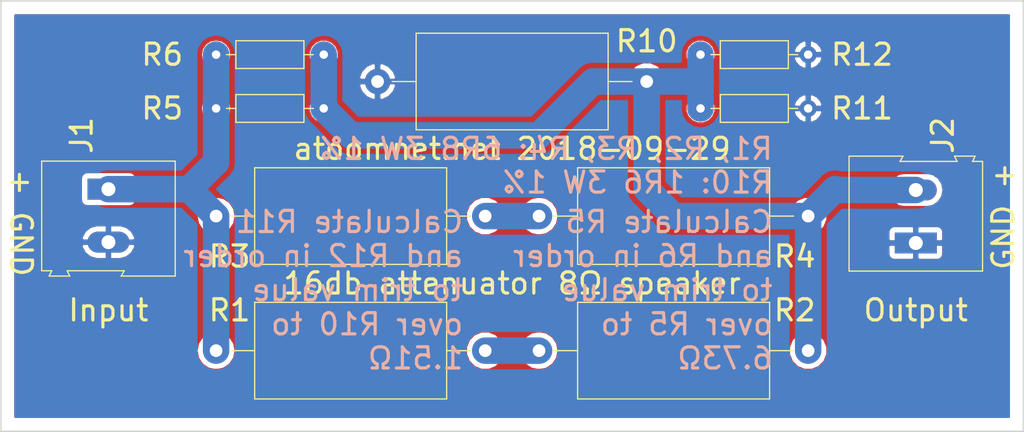
<source format=kicad_pcb>
(kicad_pcb (version 20171130) (host pcbnew "(5.1.9)-1")

  (general
    (thickness 1.6)
    (drawings 14)
    (tracks 23)
    (zones 0)
    (modules 11)
    (nets 6)
  )

  (page A4)
  (title_block
    (date 2018-09-29)
    (rev V1.0)
  )

  (layers
    (0 F.Cu signal)
    (31 B.Cu signal)
    (32 B.Adhes user)
    (33 F.Adhes user)
    (34 B.Paste user)
    (35 F.Paste user)
    (36 B.SilkS user)
    (37 F.SilkS user)
    (38 B.Mask user)
    (39 F.Mask user)
    (40 Dwgs.User user)
    (41 Cmts.User user)
    (42 Eco1.User user)
    (43 Eco2.User user)
    (44 Edge.Cuts user)
    (45 Margin user)
    (46 B.CrtYd user)
    (47 F.CrtYd user)
    (48 B.Fab user)
    (49 F.Fab user hide)
  )

  (setup
    (last_trace_width 2.5)
    (trace_clearance 0.5)
    (zone_clearance 0.508)
    (zone_45_only yes)
    (trace_min 0.2)
    (via_size 0.8)
    (via_drill 0.4)
    (via_min_size 0.4)
    (via_min_drill 0.3)
    (uvia_size 0.3)
    (uvia_drill 0.1)
    (uvias_allowed no)
    (uvia_min_size 0.2)
    (uvia_min_drill 0.1)
    (edge_width 0.15)
    (segment_width 0.2)
    (pcb_text_width 0.3)
    (pcb_text_size 2 2)
    (mod_edge_width 0.15)
    (mod_text_size 1 1)
    (mod_text_width 0.3)
    (pad_size 1.524 1.524)
    (pad_drill 0.762)
    (pad_to_mask_clearance 0.2)
    (aux_axis_origin 0 0)
    (visible_elements 7FFFFFFF)
    (pcbplotparams
      (layerselection 0x010f0_ffffffff)
      (usegerberextensions false)
      (usegerberattributes false)
      (usegerberadvancedattributes false)
      (creategerberjobfile false)
      (excludeedgelayer true)
      (linewidth 0.100000)
      (plotframeref false)
      (viasonmask false)
      (mode 1)
      (useauxorigin false)
      (hpglpennumber 1)
      (hpglpenspeed 20)
      (hpglpendiameter 15.000000)
      (psnegative false)
      (psa4output false)
      (plotreference true)
      (plotvalue true)
      (plotinvisibletext false)
      (padsonsilk false)
      (subtractmaskfromsilk false)
      (outputformat 1)
      (mirror false)
      (drillshape 0)
      (scaleselection 1)
      (outputdirectory "gerber/"))
  )

  (net 0 "")
  (net 1 /INPUT)
  (net 2 GND)
  (net 3 /OUTPUT)
  (net 4 "Net-(R1-Pad1)")
  (net 5 "Net-(R3-Pad1)")

  (net_class Default "This is the default net class."
    (clearance 0.5)
    (trace_width 2.5)
    (via_dia 0.8)
    (via_drill 0.4)
    (uvia_dia 0.3)
    (uvia_drill 0.1)
    (add_net /INPUT)
    (add_net /OUTPUT)
    (add_net GND)
    (add_net "Net-(R1-Pad1)")
    (add_net "Net-(R3-Pad1)")
  )

  (module Terminal_Blocks:TerminalBlock_Altech_AK300-2_P5.00mm (layer F.Cu) (tedit 5BAFA923) (tstamp 5BAFB242)
    (at 115.57 100.33 270)
    (descr "Altech AK300 terminal block, pitch 5.0mm, 45 degree angled, see http://www.mouser.com/ds/2/16/PCBMETRC-24178.pdf")
    (tags "Altech AK300 terminal block pitch 5.0mm")
    (path /5BAFC9F7)
    (fp_text reference J1 (at -5.08 2.54 270) (layer F.SilkS)
      (effects (font (size 2 2) (thickness 0.3)))
    )
    (fp_text value Screw_Terminal_01x02 (at 2.78 7.75 270) (layer F.Fab)
      (effects (font (size 1 1) (thickness 0.15)))
    )
    (fp_line (start 8.36 6.47) (end -2.83 6.47) (layer F.CrtYd) (width 0.05))
    (fp_line (start 8.36 6.47) (end 8.36 -6.47) (layer F.CrtYd) (width 0.05))
    (fp_line (start -2.83 -6.47) (end -2.83 6.47) (layer F.CrtYd) (width 0.05))
    (fp_line (start -2.83 -6.47) (end 8.36 -6.47) (layer F.CrtYd) (width 0.05))
    (fp_line (start 3.36 -0.25) (end 6.67 -0.25) (layer F.Fab) (width 0.1))
    (fp_line (start 2.98 -0.25) (end 3.36 -0.25) (layer F.Fab) (width 0.1))
    (fp_line (start 7.05 -0.25) (end 6.67 -0.25) (layer F.Fab) (width 0.1))
    (fp_line (start 6.67 -0.64) (end 3.36 -0.64) (layer F.Fab) (width 0.1))
    (fp_line (start 7.61 -0.64) (end 6.67 -0.64) (layer F.Fab) (width 0.1))
    (fp_line (start 1.66 -0.64) (end 3.36 -0.64) (layer F.Fab) (width 0.1))
    (fp_line (start -1.64 -0.64) (end 1.66 -0.64) (layer F.Fab) (width 0.1))
    (fp_line (start -2.58 -0.64) (end -1.64 -0.64) (layer F.Fab) (width 0.1))
    (fp_line (start 1.66 -0.25) (end -1.64 -0.25) (layer F.Fab) (width 0.1))
    (fp_line (start 2.04 -0.25) (end 1.66 -0.25) (layer F.Fab) (width 0.1))
    (fp_line (start -2.02 -0.25) (end -1.64 -0.25) (layer F.Fab) (width 0.1))
    (fp_line (start -1.49 -4.32) (end 1.56 -4.95) (layer F.Fab) (width 0.1))
    (fp_line (start -1.62 -4.45) (end 1.44 -5.08) (layer F.Fab) (width 0.1))
    (fp_line (start 3.52 -4.32) (end 6.56 -4.95) (layer F.Fab) (width 0.1))
    (fp_line (start 3.39 -4.45) (end 6.44 -5.08) (layer F.Fab) (width 0.1))
    (fp_line (start 2.04 -5.97) (end -2.02 -5.97) (layer F.Fab) (width 0.1))
    (fp_line (start -2.02 -3.43) (end -2.02 -5.97) (layer F.Fab) (width 0.1))
    (fp_line (start 2.04 -3.43) (end -2.02 -3.43) (layer F.Fab) (width 0.1))
    (fp_line (start 2.04 -3.43) (end 2.04 -5.97) (layer F.Fab) (width 0.1))
    (fp_line (start 7.05 -3.43) (end 2.98 -3.43) (layer F.Fab) (width 0.1))
    (fp_line (start 7.05 -5.97) (end 7.05 -3.43) (layer F.Fab) (width 0.1))
    (fp_line (start 2.98 -5.97) (end 7.05 -5.97) (layer F.Fab) (width 0.1))
    (fp_line (start 2.98 -3.43) (end 2.98 -5.97) (layer F.Fab) (width 0.1))
    (fp_line (start 7.61 -3.17) (end 7.61 -1.65) (layer F.Fab) (width 0.1))
    (fp_line (start -2.58 -3.17) (end -2.58 -6.22) (layer F.Fab) (width 0.1))
    (fp_line (start -2.58 -3.17) (end 7.61 -3.17) (layer F.Fab) (width 0.1))
    (fp_line (start 7.61 -0.64) (end 7.61 4.06) (layer F.Fab) (width 0.1))
    (fp_line (start 7.61 -1.65) (end 7.61 -0.64) (layer F.Fab) (width 0.1))
    (fp_line (start -2.58 -0.64) (end -2.58 -3.17) (layer F.Fab) (width 0.1))
    (fp_line (start -2.58 6.22) (end -2.58 -0.64) (layer F.Fab) (width 0.1))
    (fp_line (start 6.67 0.51) (end 6.28 0.51) (layer F.Fab) (width 0.1))
    (fp_line (start 3.36 0.51) (end 3.74 0.51) (layer F.Fab) (width 0.1))
    (fp_line (start 1.66 0.51) (end 1.28 0.51) (layer F.Fab) (width 0.1))
    (fp_line (start -1.64 0.51) (end -1.26 0.51) (layer F.Fab) (width 0.1))
    (fp_line (start -1.64 3.68) (end -1.64 0.51) (layer F.Fab) (width 0.1))
    (fp_line (start 1.66 3.68) (end -1.64 3.68) (layer F.Fab) (width 0.1))
    (fp_line (start 1.66 3.68) (end 1.66 0.51) (layer F.Fab) (width 0.1))
    (fp_line (start 3.36 3.68) (end 3.36 0.51) (layer F.Fab) (width 0.1))
    (fp_line (start 6.67 3.68) (end 3.36 3.68) (layer F.Fab) (width 0.1))
    (fp_line (start 6.67 3.68) (end 6.67 0.51) (layer F.Fab) (width 0.1))
    (fp_line (start -2.02 4.32) (end -2.02 6.22) (layer F.Fab) (width 0.1))
    (fp_line (start 2.04 4.32) (end 2.04 -0.25) (layer F.Fab) (width 0.1))
    (fp_line (start 2.04 4.32) (end -2.02 4.32) (layer F.Fab) (width 0.1))
    (fp_line (start 7.05 4.32) (end 7.05 6.22) (layer F.Fab) (width 0.1))
    (fp_line (start 2.98 4.32) (end 2.98 -0.25) (layer F.Fab) (width 0.1))
    (fp_line (start 2.98 4.32) (end 7.05 4.32) (layer F.Fab) (width 0.1))
    (fp_line (start -2.02 6.22) (end 2.04 6.22) (layer F.Fab) (width 0.1))
    (fp_line (start -2.58 6.22) (end -2.02 6.22) (layer F.Fab) (width 0.1))
    (fp_line (start -2.02 -0.25) (end -2.02 4.32) (layer F.Fab) (width 0.1))
    (fp_line (start 2.04 6.22) (end 2.98 6.22) (layer F.Fab) (width 0.1))
    (fp_line (start 2.04 6.22) (end 2.04 4.32) (layer F.Fab) (width 0.1))
    (fp_line (start 7.05 6.22) (end 7.61 6.22) (layer F.Fab) (width 0.1))
    (fp_line (start 2.98 6.22) (end 7.05 6.22) (layer F.Fab) (width 0.1))
    (fp_line (start 7.05 -0.25) (end 7.05 4.32) (layer F.Fab) (width 0.1))
    (fp_line (start 2.98 6.22) (end 2.98 4.32) (layer F.Fab) (width 0.1))
    (fp_line (start 8.11 3.81) (end 8.11 5.46) (layer F.Fab) (width 0.1))
    (fp_line (start 7.61 4.06) (end 7.61 5.21) (layer F.Fab) (width 0.1))
    (fp_line (start 8.11 3.81) (end 7.61 4.06) (layer F.Fab) (width 0.1))
    (fp_line (start 7.61 5.21) (end 7.61 6.22) (layer F.Fab) (width 0.1))
    (fp_line (start 8.11 5.46) (end 7.61 5.21) (layer F.Fab) (width 0.1))
    (fp_line (start 8.11 -1.4) (end 7.61 -1.65) (layer F.Fab) (width 0.1))
    (fp_line (start 8.11 -6.22) (end 8.11 -1.4) (layer F.Fab) (width 0.1))
    (fp_line (start 7.61 -6.22) (end 8.11 -6.22) (layer F.Fab) (width 0.1))
    (fp_line (start 7.61 -6.22) (end -2.58 -6.22) (layer F.Fab) (width 0.1))
    (fp_line (start 7.61 -6.22) (end 7.61 -3.17) (layer F.Fab) (width 0.1))
    (fp_line (start 3.74 2.54) (end 3.74 -0.25) (layer F.Fab) (width 0.1))
    (fp_line (start 3.74 -0.25) (end 6.28 -0.25) (layer F.Fab) (width 0.1))
    (fp_line (start 6.28 2.54) (end 6.28 -0.25) (layer F.Fab) (width 0.1))
    (fp_line (start 3.74 2.54) (end 6.28 2.54) (layer F.Fab) (width 0.1))
    (fp_line (start -1.26 2.54) (end -1.26 -0.25) (layer F.Fab) (width 0.1))
    (fp_line (start -1.26 -0.25) (end 1.28 -0.25) (layer F.Fab) (width 0.1))
    (fp_line (start 1.28 2.54) (end 1.28 -0.25) (layer F.Fab) (width 0.1))
    (fp_line (start -1.26 2.54) (end 1.28 2.54) (layer F.Fab) (width 0.1))
    (fp_line (start 8.2 -6.3) (end -2.65 -6.3) (layer F.SilkS) (width 0.12))
    (fp_line (start 8.2 -1.2) (end 8.2 -6.3) (layer F.SilkS) (width 0.12))
    (fp_line (start 7.7 -1.5) (end 8.2 -1.2) (layer F.SilkS) (width 0.12))
    (fp_line (start 7.7 3.9) (end 7.7 -1.5) (layer F.SilkS) (width 0.12))
    (fp_line (start 8.2 3.65) (end 7.7 3.9) (layer F.SilkS) (width 0.12))
    (fp_line (start 8.2 3.7) (end 8.2 3.65) (layer F.SilkS) (width 0.12))
    (fp_line (start 8.2 5.6) (end 8.2 3.7) (layer F.SilkS) (width 0.12))
    (fp_line (start 7.7 5.35) (end 8.2 5.6) (layer F.SilkS) (width 0.12))
    (fp_line (start 7.7 6.3) (end 7.7 5.35) (layer F.SilkS) (width 0.12))
    (fp_line (start -2.65 6.3) (end 7.7 6.3) (layer F.SilkS) (width 0.12))
    (fp_line (start -2.65 -6.3) (end -2.65 6.3) (layer F.SilkS) (width 0.12))
    (fp_text user %R (at 2.5 -2 270) (layer F.Fab)
      (effects (font (size 1 1) (thickness 0.15)))
    )
    (fp_arc (start 6.03 -4.59) (end 6.54 -5.05) (angle 90.5) (layer F.Fab) (width 0.1))
    (fp_arc (start 5.07 -6.07) (end 6.53 -4.12) (angle 75.5) (layer F.Fab) (width 0.1))
    (fp_arc (start 4.99 -3.71) (end 3.39 -5) (angle 100) (layer F.Fab) (width 0.1))
    (fp_arc (start 3.87 -4.65) (end 3.58 -4.13) (angle 104.2) (layer F.Fab) (width 0.1))
    (fp_arc (start 1.03 -4.59) (end 1.53 -5.05) (angle 90.5) (layer F.Fab) (width 0.1))
    (fp_arc (start 0.06 -6.07) (end 1.53 -4.12) (angle 75.5) (layer F.Fab) (width 0.1))
    (fp_arc (start -0.01 -3.71) (end -1.62 -5) (angle 100) (layer F.Fab) (width 0.1))
    (fp_arc (start -1.13 -4.65) (end -1.42 -4.13) (angle 104.2) (layer F.Fab) (width 0.1))
    (pad 1 thru_hole rect (at 0 0 270) (size 1.98 3.96) (drill 1.32) (layers *.Cu *.Mask)
      (net 1 /INPUT))
    (pad 2 thru_hole oval (at 5 0 270) (size 1.98 3.96) (drill 1.32) (layers *.Cu *.Mask)
      (net 2 GND))
    (model ${KISYS3DMOD}/Terminal_Blocks.3dshapes/TerminalBlock_Altech_AK300-2_P5.00mm.wrl
      (at (xyz 0 0 0))
      (scale (xyz 1 1 1))
      (rotate (xyz 0 0 0))
    )
  )

  (module Terminal_Blocks:TerminalBlock_Altech_AK300-2_P5.00mm (layer F.Cu) (tedit 5BAFA963) (tstamp 5BAFD4F7)
    (at 191.77 105.41 90)
    (descr "Altech AK300 terminal block, pitch 5.0mm, 45 degree angled, see http://www.mouser.com/ds/2/16/PCBMETRC-24178.pdf")
    (tags "Altech AK300 terminal block pitch 5.0mm")
    (path /5BAFC97D)
    (fp_text reference J2 (at 10.16 2.54 90) (layer F.SilkS)
      (effects (font (size 2 2) (thickness 0.3)))
    )
    (fp_text value Screw_Terminal_01x02 (at 2.78 7.75 90) (layer F.Fab)
      (effects (font (size 1 1) (thickness 0.15)))
    )
    (fp_line (start -2.65 -6.3) (end -2.65 6.3) (layer F.SilkS) (width 0.12))
    (fp_line (start -2.65 6.3) (end 7.7 6.3) (layer F.SilkS) (width 0.12))
    (fp_line (start 7.7 6.3) (end 7.7 5.35) (layer F.SilkS) (width 0.12))
    (fp_line (start 7.7 5.35) (end 8.2 5.6) (layer F.SilkS) (width 0.12))
    (fp_line (start 8.2 5.6) (end 8.2 3.7) (layer F.SilkS) (width 0.12))
    (fp_line (start 8.2 3.7) (end 8.2 3.65) (layer F.SilkS) (width 0.12))
    (fp_line (start 8.2 3.65) (end 7.7 3.9) (layer F.SilkS) (width 0.12))
    (fp_line (start 7.7 3.9) (end 7.7 -1.5) (layer F.SilkS) (width 0.12))
    (fp_line (start 7.7 -1.5) (end 8.2 -1.2) (layer F.SilkS) (width 0.12))
    (fp_line (start 8.2 -1.2) (end 8.2 -6.3) (layer F.SilkS) (width 0.12))
    (fp_line (start 8.2 -6.3) (end -2.65 -6.3) (layer F.SilkS) (width 0.12))
    (fp_line (start -1.26 2.54) (end 1.28 2.54) (layer F.Fab) (width 0.1))
    (fp_line (start 1.28 2.54) (end 1.28 -0.25) (layer F.Fab) (width 0.1))
    (fp_line (start -1.26 -0.25) (end 1.28 -0.25) (layer F.Fab) (width 0.1))
    (fp_line (start -1.26 2.54) (end -1.26 -0.25) (layer F.Fab) (width 0.1))
    (fp_line (start 3.74 2.54) (end 6.28 2.54) (layer F.Fab) (width 0.1))
    (fp_line (start 6.28 2.54) (end 6.28 -0.25) (layer F.Fab) (width 0.1))
    (fp_line (start 3.74 -0.25) (end 6.28 -0.25) (layer F.Fab) (width 0.1))
    (fp_line (start 3.74 2.54) (end 3.74 -0.25) (layer F.Fab) (width 0.1))
    (fp_line (start 7.61 -6.22) (end 7.61 -3.17) (layer F.Fab) (width 0.1))
    (fp_line (start 7.61 -6.22) (end -2.58 -6.22) (layer F.Fab) (width 0.1))
    (fp_line (start 7.61 -6.22) (end 8.11 -6.22) (layer F.Fab) (width 0.1))
    (fp_line (start 8.11 -6.22) (end 8.11 -1.4) (layer F.Fab) (width 0.1))
    (fp_line (start 8.11 -1.4) (end 7.61 -1.65) (layer F.Fab) (width 0.1))
    (fp_line (start 8.11 5.46) (end 7.61 5.21) (layer F.Fab) (width 0.1))
    (fp_line (start 7.61 5.21) (end 7.61 6.22) (layer F.Fab) (width 0.1))
    (fp_line (start 8.11 3.81) (end 7.61 4.06) (layer F.Fab) (width 0.1))
    (fp_line (start 7.61 4.06) (end 7.61 5.21) (layer F.Fab) (width 0.1))
    (fp_line (start 8.11 3.81) (end 8.11 5.46) (layer F.Fab) (width 0.1))
    (fp_line (start 2.98 6.22) (end 2.98 4.32) (layer F.Fab) (width 0.1))
    (fp_line (start 7.05 -0.25) (end 7.05 4.32) (layer F.Fab) (width 0.1))
    (fp_line (start 2.98 6.22) (end 7.05 6.22) (layer F.Fab) (width 0.1))
    (fp_line (start 7.05 6.22) (end 7.61 6.22) (layer F.Fab) (width 0.1))
    (fp_line (start 2.04 6.22) (end 2.04 4.32) (layer F.Fab) (width 0.1))
    (fp_line (start 2.04 6.22) (end 2.98 6.22) (layer F.Fab) (width 0.1))
    (fp_line (start -2.02 -0.25) (end -2.02 4.32) (layer F.Fab) (width 0.1))
    (fp_line (start -2.58 6.22) (end -2.02 6.22) (layer F.Fab) (width 0.1))
    (fp_line (start -2.02 6.22) (end 2.04 6.22) (layer F.Fab) (width 0.1))
    (fp_line (start 2.98 4.32) (end 7.05 4.32) (layer F.Fab) (width 0.1))
    (fp_line (start 2.98 4.32) (end 2.98 -0.25) (layer F.Fab) (width 0.1))
    (fp_line (start 7.05 4.32) (end 7.05 6.22) (layer F.Fab) (width 0.1))
    (fp_line (start 2.04 4.32) (end -2.02 4.32) (layer F.Fab) (width 0.1))
    (fp_line (start 2.04 4.32) (end 2.04 -0.25) (layer F.Fab) (width 0.1))
    (fp_line (start -2.02 4.32) (end -2.02 6.22) (layer F.Fab) (width 0.1))
    (fp_line (start 6.67 3.68) (end 6.67 0.51) (layer F.Fab) (width 0.1))
    (fp_line (start 6.67 3.68) (end 3.36 3.68) (layer F.Fab) (width 0.1))
    (fp_line (start 3.36 3.68) (end 3.36 0.51) (layer F.Fab) (width 0.1))
    (fp_line (start 1.66 3.68) (end 1.66 0.51) (layer F.Fab) (width 0.1))
    (fp_line (start 1.66 3.68) (end -1.64 3.68) (layer F.Fab) (width 0.1))
    (fp_line (start -1.64 3.68) (end -1.64 0.51) (layer F.Fab) (width 0.1))
    (fp_line (start -1.64 0.51) (end -1.26 0.51) (layer F.Fab) (width 0.1))
    (fp_line (start 1.66 0.51) (end 1.28 0.51) (layer F.Fab) (width 0.1))
    (fp_line (start 3.36 0.51) (end 3.74 0.51) (layer F.Fab) (width 0.1))
    (fp_line (start 6.67 0.51) (end 6.28 0.51) (layer F.Fab) (width 0.1))
    (fp_line (start -2.58 6.22) (end -2.58 -0.64) (layer F.Fab) (width 0.1))
    (fp_line (start -2.58 -0.64) (end -2.58 -3.17) (layer F.Fab) (width 0.1))
    (fp_line (start 7.61 -1.65) (end 7.61 -0.64) (layer F.Fab) (width 0.1))
    (fp_line (start 7.61 -0.64) (end 7.61 4.06) (layer F.Fab) (width 0.1))
    (fp_line (start -2.58 -3.17) (end 7.61 -3.17) (layer F.Fab) (width 0.1))
    (fp_line (start -2.58 -3.17) (end -2.58 -6.22) (layer F.Fab) (width 0.1))
    (fp_line (start 7.61 -3.17) (end 7.61 -1.65) (layer F.Fab) (width 0.1))
    (fp_line (start 2.98 -3.43) (end 2.98 -5.97) (layer F.Fab) (width 0.1))
    (fp_line (start 2.98 -5.97) (end 7.05 -5.97) (layer F.Fab) (width 0.1))
    (fp_line (start 7.05 -5.97) (end 7.05 -3.43) (layer F.Fab) (width 0.1))
    (fp_line (start 7.05 -3.43) (end 2.98 -3.43) (layer F.Fab) (width 0.1))
    (fp_line (start 2.04 -3.43) (end 2.04 -5.97) (layer F.Fab) (width 0.1))
    (fp_line (start 2.04 -3.43) (end -2.02 -3.43) (layer F.Fab) (width 0.1))
    (fp_line (start -2.02 -3.43) (end -2.02 -5.97) (layer F.Fab) (width 0.1))
    (fp_line (start 2.04 -5.97) (end -2.02 -5.97) (layer F.Fab) (width 0.1))
    (fp_line (start 3.39 -4.45) (end 6.44 -5.08) (layer F.Fab) (width 0.1))
    (fp_line (start 3.52 -4.32) (end 6.56 -4.95) (layer F.Fab) (width 0.1))
    (fp_line (start -1.62 -4.45) (end 1.44 -5.08) (layer F.Fab) (width 0.1))
    (fp_line (start -1.49 -4.32) (end 1.56 -4.95) (layer F.Fab) (width 0.1))
    (fp_line (start -2.02 -0.25) (end -1.64 -0.25) (layer F.Fab) (width 0.1))
    (fp_line (start 2.04 -0.25) (end 1.66 -0.25) (layer F.Fab) (width 0.1))
    (fp_line (start 1.66 -0.25) (end -1.64 -0.25) (layer F.Fab) (width 0.1))
    (fp_line (start -2.58 -0.64) (end -1.64 -0.64) (layer F.Fab) (width 0.1))
    (fp_line (start -1.64 -0.64) (end 1.66 -0.64) (layer F.Fab) (width 0.1))
    (fp_line (start 1.66 -0.64) (end 3.36 -0.64) (layer F.Fab) (width 0.1))
    (fp_line (start 7.61 -0.64) (end 6.67 -0.64) (layer F.Fab) (width 0.1))
    (fp_line (start 6.67 -0.64) (end 3.36 -0.64) (layer F.Fab) (width 0.1))
    (fp_line (start 7.05 -0.25) (end 6.67 -0.25) (layer F.Fab) (width 0.1))
    (fp_line (start 2.98 -0.25) (end 3.36 -0.25) (layer F.Fab) (width 0.1))
    (fp_line (start 3.36 -0.25) (end 6.67 -0.25) (layer F.Fab) (width 0.1))
    (fp_line (start -2.83 -6.47) (end 8.36 -6.47) (layer F.CrtYd) (width 0.05))
    (fp_line (start -2.83 -6.47) (end -2.83 6.47) (layer F.CrtYd) (width 0.05))
    (fp_line (start 8.36 6.47) (end 8.36 -6.47) (layer F.CrtYd) (width 0.05))
    (fp_line (start 8.36 6.47) (end -2.83 6.47) (layer F.CrtYd) (width 0.05))
    (fp_arc (start -1.13 -4.65) (end -1.42 -4.13) (angle 104.2) (layer F.Fab) (width 0.1))
    (fp_arc (start -0.01 -3.71) (end -1.62 -5) (angle 100) (layer F.Fab) (width 0.1))
    (fp_arc (start 0.06 -6.07) (end 1.53 -4.12) (angle 75.5) (layer F.Fab) (width 0.1))
    (fp_arc (start 1.03 -4.59) (end 1.53 -5.05) (angle 90.5) (layer F.Fab) (width 0.1))
    (fp_arc (start 3.87 -4.65) (end 3.58 -4.13) (angle 104.2) (layer F.Fab) (width 0.1))
    (fp_arc (start 4.99 -3.71) (end 3.39 -5) (angle 100) (layer F.Fab) (width 0.1))
    (fp_arc (start 5.07 -6.07) (end 6.53 -4.12) (angle 75.5) (layer F.Fab) (width 0.1))
    (fp_arc (start 6.03 -4.59) (end 6.54 -5.05) (angle 90.5) (layer F.Fab) (width 0.1))
    (fp_text user %R (at 2.5 -2 90) (layer F.Fab)
      (effects (font (size 1 1) (thickness 0.15)))
    )
    (pad 2 thru_hole oval (at 5 0 90) (size 1.98 3.96) (drill 1.32) (layers *.Cu *.Mask)
      (net 3 /OUTPUT))
    (pad 1 thru_hole rect (at 0 0 90) (size 1.98 3.96) (drill 1.32) (layers *.Cu *.Mask)
      (net 2 GND))
    (model ${KISYS3DMOD}/Terminal_Blocks.3dshapes/TerminalBlock_Altech_AK300-2_P5.00mm.wrl
      (at (xyz 0 0 0))
      (scale (xyz 1 1 1))
      (rotate (xyz 0 0 0))
    )
  )

  (module Resistors_ThroughHole:R_Axial_DIN0918_L18.0mm_D9.0mm_P25.40mm_Horizontal (layer F.Cu) (tedit 5BAFA989) (tstamp 5BAFD65A)
    (at 151.13 115.57 180)
    (descr "Resistor, Axial_DIN0918 series, Axial, Horizontal, pin pitch=25.4mm, 4W, length*diameter=18*9mm^2")
    (tags "Resistor Axial_DIN0918 series Axial Horizontal pin pitch 25.4mm 4W length 18mm diameter 9mm")
    (path /5BAFC579)
    (fp_text reference R1 (at 24.13 3.81 180) (layer F.SilkS)
      (effects (font (size 2 2) (thickness 0.3)))
    )
    (fp_text value 6.8 (at 12.7 5.56 180) (layer F.Fab)
      (effects (font (size 1 1) (thickness 0.15)))
    )
    (fp_line (start 3.7 -4.5) (end 3.7 4.5) (layer F.Fab) (width 0.1))
    (fp_line (start 3.7 4.5) (end 21.7 4.5) (layer F.Fab) (width 0.1))
    (fp_line (start 21.7 4.5) (end 21.7 -4.5) (layer F.Fab) (width 0.1))
    (fp_line (start 21.7 -4.5) (end 3.7 -4.5) (layer F.Fab) (width 0.1))
    (fp_line (start 0 0) (end 3.7 0) (layer F.Fab) (width 0.1))
    (fp_line (start 25.4 0) (end 21.7 0) (layer F.Fab) (width 0.1))
    (fp_line (start 3.64 -4.56) (end 3.64 4.56) (layer F.SilkS) (width 0.12))
    (fp_line (start 3.64 4.56) (end 21.76 4.56) (layer F.SilkS) (width 0.12))
    (fp_line (start 21.76 4.56) (end 21.76 -4.56) (layer F.SilkS) (width 0.12))
    (fp_line (start 21.76 -4.56) (end 3.64 -4.56) (layer F.SilkS) (width 0.12))
    (fp_line (start 1.38 0) (end 3.64 0) (layer F.SilkS) (width 0.12))
    (fp_line (start 24.02 0) (end 21.76 0) (layer F.SilkS) (width 0.12))
    (fp_line (start -1.45 -4.85) (end -1.45 4.85) (layer F.CrtYd) (width 0.05))
    (fp_line (start -1.45 4.85) (end 26.85 4.85) (layer F.CrtYd) (width 0.05))
    (fp_line (start 26.85 4.85) (end 26.85 -4.85) (layer F.CrtYd) (width 0.05))
    (fp_line (start 26.85 -4.85) (end -1.45 -4.85) (layer F.CrtYd) (width 0.05))
    (pad 2 thru_hole oval (at 25.4 0 180) (size 2.4 2.4) (drill 1.2) (layers *.Cu *.Mask)
      (net 1 /INPUT))
    (pad 1 thru_hole circle (at 0 0 180) (size 2.4 2.4) (drill 1.2) (layers *.Cu *.Mask)
      (net 4 "Net-(R1-Pad1)"))
    (model ${KISYS3DMOD}/Resistors_THT.3dshapes/R_Axial_DIN0918_L18.0mm_D9.0mm_P25.40mm_Horizontal.wrl
      (at (xyz 0 0 0))
      (scale (xyz 0.393701 0.393701 0.393701))
      (rotate (xyz 0 0 0))
    )
  )

  (module Resistors_ThroughHole:R_Axial_DIN0918_L18.0mm_D9.0mm_P25.40mm_Horizontal (layer F.Cu) (tedit 5BAFA984) (tstamp 5BAF9C61)
    (at 181.61 115.57 180)
    (descr "Resistor, Axial_DIN0918 series, Axial, Horizontal, pin pitch=25.4mm, 4W, length*diameter=18*9mm^2")
    (tags "Resistor Axial_DIN0918 series Axial Horizontal pin pitch 25.4mm 4W length 18mm diameter 9mm")
    (path /5BAFC5A1)
    (fp_text reference R2 (at 1.27 3.81 180) (layer F.SilkS)
      (effects (font (size 2 2) (thickness 0.3)))
    )
    (fp_text value 6.8 (at 12.7 5.56 180) (layer F.Fab)
      (effects (font (size 1 1) (thickness 0.15)))
    )
    (fp_line (start 26.85 -4.85) (end -1.45 -4.85) (layer F.CrtYd) (width 0.05))
    (fp_line (start 26.85 4.85) (end 26.85 -4.85) (layer F.CrtYd) (width 0.05))
    (fp_line (start -1.45 4.85) (end 26.85 4.85) (layer F.CrtYd) (width 0.05))
    (fp_line (start -1.45 -4.85) (end -1.45 4.85) (layer F.CrtYd) (width 0.05))
    (fp_line (start 24.02 0) (end 21.76 0) (layer F.SilkS) (width 0.12))
    (fp_line (start 1.38 0) (end 3.64 0) (layer F.SilkS) (width 0.12))
    (fp_line (start 21.76 -4.56) (end 3.64 -4.56) (layer F.SilkS) (width 0.12))
    (fp_line (start 21.76 4.56) (end 21.76 -4.56) (layer F.SilkS) (width 0.12))
    (fp_line (start 3.64 4.56) (end 21.76 4.56) (layer F.SilkS) (width 0.12))
    (fp_line (start 3.64 -4.56) (end 3.64 4.56) (layer F.SilkS) (width 0.12))
    (fp_line (start 25.4 0) (end 21.7 0) (layer F.Fab) (width 0.1))
    (fp_line (start 0 0) (end 3.7 0) (layer F.Fab) (width 0.1))
    (fp_line (start 21.7 -4.5) (end 3.7 -4.5) (layer F.Fab) (width 0.1))
    (fp_line (start 21.7 4.5) (end 21.7 -4.5) (layer F.Fab) (width 0.1))
    (fp_line (start 3.7 4.5) (end 21.7 4.5) (layer F.Fab) (width 0.1))
    (fp_line (start 3.7 -4.5) (end 3.7 4.5) (layer F.Fab) (width 0.1))
    (pad 1 thru_hole circle (at 0 0 180) (size 2.4 2.4) (drill 1.2) (layers *.Cu *.Mask)
      (net 3 /OUTPUT))
    (pad 2 thru_hole oval (at 25.4 0 180) (size 2.4 2.4) (drill 1.2) (layers *.Cu *.Mask)
      (net 4 "Net-(R1-Pad1)"))
    (model ${KISYS3DMOD}/Resistors_THT.3dshapes/R_Axial_DIN0918_L18.0mm_D9.0mm_P25.40mm_Horizontal.wrl
      (at (xyz 0 0 0))
      (scale (xyz 0.393701 0.393701 0.393701))
      (rotate (xyz 0 0 0))
    )
  )

  (module Resistors_ThroughHole:R_Axial_DIN0918_L18.0mm_D9.0mm_P25.40mm_Horizontal (layer F.Cu) (tedit 5BAFA977) (tstamp 5BAFDCF4)
    (at 151.13 102.87 180)
    (descr "Resistor, Axial_DIN0918 series, Axial, Horizontal, pin pitch=25.4mm, 4W, length*diameter=18*9mm^2")
    (tags "Resistor Axial_DIN0918 series Axial Horizontal pin pitch 25.4mm 4W length 18mm diameter 9mm")
    (path /5BAFC480)
    (fp_text reference R3 (at 24.13 -3.81 180) (layer F.SilkS)
      (effects (font (size 2 2) (thickness 0.3)))
    )
    (fp_text value 6.8 (at 12.7 5.56 180) (layer F.Fab)
      (effects (font (size 1 1) (thickness 0.15)))
    )
    (fp_line (start 3.7 -4.5) (end 3.7 4.5) (layer F.Fab) (width 0.1))
    (fp_line (start 3.7 4.5) (end 21.7 4.5) (layer F.Fab) (width 0.1))
    (fp_line (start 21.7 4.5) (end 21.7 -4.5) (layer F.Fab) (width 0.1))
    (fp_line (start 21.7 -4.5) (end 3.7 -4.5) (layer F.Fab) (width 0.1))
    (fp_line (start 0 0) (end 3.7 0) (layer F.Fab) (width 0.1))
    (fp_line (start 25.4 0) (end 21.7 0) (layer F.Fab) (width 0.1))
    (fp_line (start 3.64 -4.56) (end 3.64 4.56) (layer F.SilkS) (width 0.12))
    (fp_line (start 3.64 4.56) (end 21.76 4.56) (layer F.SilkS) (width 0.12))
    (fp_line (start 21.76 4.56) (end 21.76 -4.56) (layer F.SilkS) (width 0.12))
    (fp_line (start 21.76 -4.56) (end 3.64 -4.56) (layer F.SilkS) (width 0.12))
    (fp_line (start 1.38 0) (end 3.64 0) (layer F.SilkS) (width 0.12))
    (fp_line (start 24.02 0) (end 21.76 0) (layer F.SilkS) (width 0.12))
    (fp_line (start -1.45 -4.85) (end -1.45 4.85) (layer F.CrtYd) (width 0.05))
    (fp_line (start -1.45 4.85) (end 26.85 4.85) (layer F.CrtYd) (width 0.05))
    (fp_line (start 26.85 4.85) (end 26.85 -4.85) (layer F.CrtYd) (width 0.05))
    (fp_line (start 26.85 -4.85) (end -1.45 -4.85) (layer F.CrtYd) (width 0.05))
    (pad 2 thru_hole oval (at 25.4 0 180) (size 2.4 2.4) (drill 1.2) (layers *.Cu *.Mask)
      (net 1 /INPUT))
    (pad 1 thru_hole circle (at 0 0 180) (size 2.4 2.4) (drill 1.2) (layers *.Cu *.Mask)
      (net 5 "Net-(R3-Pad1)"))
    (model ${KISYS3DMOD}/Resistors_THT.3dshapes/R_Axial_DIN0918_L18.0mm_D9.0mm_P25.40mm_Horizontal.wrl
      (at (xyz 0 0 0))
      (scale (xyz 0.393701 0.393701 0.393701))
      (rotate (xyz 0 0 0))
    )
  )

  (module Resistors_ThroughHole:R_Axial_DIN0918_L18.0mm_D9.0mm_P25.40mm_Horizontal (layer F.Cu) (tedit 5BAFA97D) (tstamp 5BAF9C8D)
    (at 181.61 102.87 180)
    (descr "Resistor, Axial_DIN0918 series, Axial, Horizontal, pin pitch=25.4mm, 4W, length*diameter=18*9mm^2")
    (tags "Resistor Axial_DIN0918 series Axial Horizontal pin pitch 25.4mm 4W length 18mm diameter 9mm")
    (path /5BAFC549)
    (fp_text reference R4 (at 1.27 -3.81 180) (layer F.SilkS)
      (effects (font (size 2 2) (thickness 0.3)))
    )
    (fp_text value 6.8 (at 12.7 5.56 180) (layer F.Fab)
      (effects (font (size 1 1) (thickness 0.15)))
    )
    (fp_line (start 26.85 -4.85) (end -1.45 -4.85) (layer F.CrtYd) (width 0.05))
    (fp_line (start 26.85 4.85) (end 26.85 -4.85) (layer F.CrtYd) (width 0.05))
    (fp_line (start -1.45 4.85) (end 26.85 4.85) (layer F.CrtYd) (width 0.05))
    (fp_line (start -1.45 -4.85) (end -1.45 4.85) (layer F.CrtYd) (width 0.05))
    (fp_line (start 24.02 0) (end 21.76 0) (layer F.SilkS) (width 0.12))
    (fp_line (start 1.38 0) (end 3.64 0) (layer F.SilkS) (width 0.12))
    (fp_line (start 21.76 -4.56) (end 3.64 -4.56) (layer F.SilkS) (width 0.12))
    (fp_line (start 21.76 4.56) (end 21.76 -4.56) (layer F.SilkS) (width 0.12))
    (fp_line (start 3.64 4.56) (end 21.76 4.56) (layer F.SilkS) (width 0.12))
    (fp_line (start 3.64 -4.56) (end 3.64 4.56) (layer F.SilkS) (width 0.12))
    (fp_line (start 25.4 0) (end 21.7 0) (layer F.Fab) (width 0.1))
    (fp_line (start 0 0) (end 3.7 0) (layer F.Fab) (width 0.1))
    (fp_line (start 21.7 -4.5) (end 3.7 -4.5) (layer F.Fab) (width 0.1))
    (fp_line (start 21.7 4.5) (end 21.7 -4.5) (layer F.Fab) (width 0.1))
    (fp_line (start 3.7 4.5) (end 21.7 4.5) (layer F.Fab) (width 0.1))
    (fp_line (start 3.7 -4.5) (end 3.7 4.5) (layer F.Fab) (width 0.1))
    (pad 1 thru_hole circle (at 0 0 180) (size 2.4 2.4) (drill 1.2) (layers *.Cu *.Mask)
      (net 3 /OUTPUT))
    (pad 2 thru_hole oval (at 25.4 0 180) (size 2.4 2.4) (drill 1.2) (layers *.Cu *.Mask)
      (net 5 "Net-(R3-Pad1)"))
    (model ${KISYS3DMOD}/Resistors_THT.3dshapes/R_Axial_DIN0918_L18.0mm_D9.0mm_P25.40mm_Horizontal.wrl
      (at (xyz 0 0 0))
      (scale (xyz 0.393701 0.393701 0.393701))
      (rotate (xyz 0 0 0))
    )
  )

  (module Resistors_ThroughHole:R_Axial_DIN0207_L6.3mm_D2.5mm_P10.16mm_Horizontal (layer F.Cu) (tedit 5BAFA93F) (tstamp 5BAF9CA3)
    (at 135.89 92.71 180)
    (descr "Resistor, Axial_DIN0207 series, Axial, Horizontal, pin pitch=10.16mm, 0.25W = 1/4W, length*diameter=6.3*2.5mm^2, http://cdn-reichelt.de/documents/datenblatt/B400/1_4W%23YAG.pdf")
    (tags "Resistor Axial_DIN0207 series Axial Horizontal pin pitch 10.16mm 0.25W = 1/4W length 6.3mm diameter 2.5mm")
    (path /5BAFC5C3)
    (fp_text reference R5 (at 15.24 0 180) (layer F.SilkS)
      (effects (font (size 2 2) (thickness 0.3)))
    )
    (fp_text value 750 (at 5.08 2.31 180) (layer F.Fab)
      (effects (font (size 1 1) (thickness 0.15)))
    )
    (fp_line (start 1.93 -1.25) (end 1.93 1.25) (layer F.Fab) (width 0.1))
    (fp_line (start 1.93 1.25) (end 8.23 1.25) (layer F.Fab) (width 0.1))
    (fp_line (start 8.23 1.25) (end 8.23 -1.25) (layer F.Fab) (width 0.1))
    (fp_line (start 8.23 -1.25) (end 1.93 -1.25) (layer F.Fab) (width 0.1))
    (fp_line (start 0 0) (end 1.93 0) (layer F.Fab) (width 0.1))
    (fp_line (start 10.16 0) (end 8.23 0) (layer F.Fab) (width 0.1))
    (fp_line (start 1.87 -1.31) (end 1.87 1.31) (layer F.SilkS) (width 0.12))
    (fp_line (start 1.87 1.31) (end 8.29 1.31) (layer F.SilkS) (width 0.12))
    (fp_line (start 8.29 1.31) (end 8.29 -1.31) (layer F.SilkS) (width 0.12))
    (fp_line (start 8.29 -1.31) (end 1.87 -1.31) (layer F.SilkS) (width 0.12))
    (fp_line (start 0.98 0) (end 1.87 0) (layer F.SilkS) (width 0.12))
    (fp_line (start 9.18 0) (end 8.29 0) (layer F.SilkS) (width 0.12))
    (fp_line (start -1.05 -1.6) (end -1.05 1.6) (layer F.CrtYd) (width 0.05))
    (fp_line (start -1.05 1.6) (end 11.25 1.6) (layer F.CrtYd) (width 0.05))
    (fp_line (start 11.25 1.6) (end 11.25 -1.6) (layer F.CrtYd) (width 0.05))
    (fp_line (start 11.25 -1.6) (end -1.05 -1.6) (layer F.CrtYd) (width 0.05))
    (pad 2 thru_hole oval (at 10.16 0 180) (size 1.6 1.6) (drill 0.8) (layers *.Cu *.Mask)
      (net 1 /INPUT))
    (pad 1 thru_hole circle (at 0 0 180) (size 1.6 1.6) (drill 0.8) (layers *.Cu *.Mask)
      (net 3 /OUTPUT))
    (model ${KISYS3DMOD}/Resistors_THT.3dshapes/R_Axial_DIN0207_L6.3mm_D2.5mm_P10.16mm_Horizontal.wrl
      (at (xyz 0 0 0))
      (scale (xyz 0.393701 0.393701 0.393701))
      (rotate (xyz 0 0 0))
    )
  )

  (module Resistors_ThroughHole:R_Axial_DIN0207_L6.3mm_D2.5mm_P10.16mm_Horizontal (layer F.Cu) (tedit 5BAFA946) (tstamp 5BAF9CB9)
    (at 135.89 87.63 180)
    (descr "Resistor, Axial_DIN0207 series, Axial, Horizontal, pin pitch=10.16mm, 0.25W = 1/4W, length*diameter=6.3*2.5mm^2, http://cdn-reichelt.de/documents/datenblatt/B400/1_4W%23YAG.pdf")
    (tags "Resistor Axial_DIN0207 series Axial Horizontal pin pitch 10.16mm 0.25W = 1/4W length 6.3mm diameter 2.5mm")
    (path /5BAFC5F5)
    (fp_text reference R6 (at 15.24 0 180) (layer F.SilkS)
      (effects (font (size 2 2) (thickness 0.3)))
    )
    (fp_text value 5100 (at 5.08 2.31 180) (layer F.Fab)
      (effects (font (size 1 1) (thickness 0.15)))
    )
    (fp_line (start 11.25 -1.6) (end -1.05 -1.6) (layer F.CrtYd) (width 0.05))
    (fp_line (start 11.25 1.6) (end 11.25 -1.6) (layer F.CrtYd) (width 0.05))
    (fp_line (start -1.05 1.6) (end 11.25 1.6) (layer F.CrtYd) (width 0.05))
    (fp_line (start -1.05 -1.6) (end -1.05 1.6) (layer F.CrtYd) (width 0.05))
    (fp_line (start 9.18 0) (end 8.29 0) (layer F.SilkS) (width 0.12))
    (fp_line (start 0.98 0) (end 1.87 0) (layer F.SilkS) (width 0.12))
    (fp_line (start 8.29 -1.31) (end 1.87 -1.31) (layer F.SilkS) (width 0.12))
    (fp_line (start 8.29 1.31) (end 8.29 -1.31) (layer F.SilkS) (width 0.12))
    (fp_line (start 1.87 1.31) (end 8.29 1.31) (layer F.SilkS) (width 0.12))
    (fp_line (start 1.87 -1.31) (end 1.87 1.31) (layer F.SilkS) (width 0.12))
    (fp_line (start 10.16 0) (end 8.23 0) (layer F.Fab) (width 0.1))
    (fp_line (start 0 0) (end 1.93 0) (layer F.Fab) (width 0.1))
    (fp_line (start 8.23 -1.25) (end 1.93 -1.25) (layer F.Fab) (width 0.1))
    (fp_line (start 8.23 1.25) (end 8.23 -1.25) (layer F.Fab) (width 0.1))
    (fp_line (start 1.93 1.25) (end 8.23 1.25) (layer F.Fab) (width 0.1))
    (fp_line (start 1.93 -1.25) (end 1.93 1.25) (layer F.Fab) (width 0.1))
    (pad 1 thru_hole circle (at 0 0 180) (size 1.6 1.6) (drill 0.8) (layers *.Cu *.Mask)
      (net 3 /OUTPUT))
    (pad 2 thru_hole oval (at 10.16 0 180) (size 1.6 1.6) (drill 0.8) (layers *.Cu *.Mask)
      (net 1 /INPUT))
    (model ${KISYS3DMOD}/Resistors_THT.3dshapes/R_Axial_DIN0207_L6.3mm_D2.5mm_P10.16mm_Horizontal.wrl
      (at (xyz 0 0 0))
      (scale (xyz 0.393701 0.393701 0.393701))
      (rotate (xyz 0 0 0))
    )
  )

  (module Resistors_ThroughHole:R_Axial_DIN0918_L18.0mm_D9.0mm_P25.40mm_Horizontal (layer F.Cu) (tedit 5BAFA998) (tstamp 5BAF9CCF)
    (at 166.37 90.17 180)
    (descr "Resistor, Axial_DIN0918 series, Axial, Horizontal, pin pitch=25.4mm, 4W, length*diameter=18*9mm^2")
    (tags "Resistor Axial_DIN0918 series Axial Horizontal pin pitch 25.4mm 4W length 18mm diameter 9mm")
    (path /5BAFC737)
    (fp_text reference R10 (at 0 3.81 180) (layer F.SilkS)
      (effects (font (size 2 2) (thickness 0.3)))
    )
    (fp_text value 1.6 (at 12.7 5.56 180) (layer F.Fab)
      (effects (font (size 1 1) (thickness 0.15)))
    )
    (fp_line (start 3.7 -4.5) (end 3.7 4.5) (layer F.Fab) (width 0.1))
    (fp_line (start 3.7 4.5) (end 21.7 4.5) (layer F.Fab) (width 0.1))
    (fp_line (start 21.7 4.5) (end 21.7 -4.5) (layer F.Fab) (width 0.1))
    (fp_line (start 21.7 -4.5) (end 3.7 -4.5) (layer F.Fab) (width 0.1))
    (fp_line (start 0 0) (end 3.7 0) (layer F.Fab) (width 0.1))
    (fp_line (start 25.4 0) (end 21.7 0) (layer F.Fab) (width 0.1))
    (fp_line (start 3.64 -4.56) (end 3.64 4.56) (layer F.SilkS) (width 0.12))
    (fp_line (start 3.64 4.56) (end 21.76 4.56) (layer F.SilkS) (width 0.12))
    (fp_line (start 21.76 4.56) (end 21.76 -4.56) (layer F.SilkS) (width 0.12))
    (fp_line (start 21.76 -4.56) (end 3.64 -4.56) (layer F.SilkS) (width 0.12))
    (fp_line (start 1.38 0) (end 3.64 0) (layer F.SilkS) (width 0.12))
    (fp_line (start 24.02 0) (end 21.76 0) (layer F.SilkS) (width 0.12))
    (fp_line (start -1.45 -4.85) (end -1.45 4.85) (layer F.CrtYd) (width 0.05))
    (fp_line (start -1.45 4.85) (end 26.85 4.85) (layer F.CrtYd) (width 0.05))
    (fp_line (start 26.85 4.85) (end 26.85 -4.85) (layer F.CrtYd) (width 0.05))
    (fp_line (start 26.85 -4.85) (end -1.45 -4.85) (layer F.CrtYd) (width 0.05))
    (pad 2 thru_hole oval (at 25.4 0 180) (size 2.4 2.4) (drill 1.2) (layers *.Cu *.Mask)
      (net 2 GND))
    (pad 1 thru_hole circle (at 0 0 180) (size 2.4 2.4) (drill 1.2) (layers *.Cu *.Mask)
      (net 3 /OUTPUT))
    (model ${KISYS3DMOD}/Resistors_THT.3dshapes/R_Axial_DIN0918_L18.0mm_D9.0mm_P25.40mm_Horizontal.wrl
      (at (xyz 0 0 0))
      (scale (xyz 0.393701 0.393701 0.393701))
      (rotate (xyz 0 0 0))
    )
  )

  (module Resistors_ThroughHole:R_Axial_DIN0207_L6.3mm_D2.5mm_P10.16mm_Horizontal (layer F.Cu) (tedit 5BAFA953) (tstamp 5BAF9CE5)
    (at 171.45 92.71)
    (descr "Resistor, Axial_DIN0207 series, Axial, Horizontal, pin pitch=10.16mm, 0.25W = 1/4W, length*diameter=6.3*2.5mm^2, http://cdn-reichelt.de/documents/datenblatt/B400/1_4W%23YAG.pdf")
    (tags "Resistor Axial_DIN0207 series Axial Horizontal pin pitch 10.16mm 0.25W = 1/4W length 6.3mm diameter 2.5mm")
    (path /5BAFC70F)
    (fp_text reference R11 (at 15.24 0) (layer F.SilkS)
      (effects (font (size 2 2) (thickness 0.3)))
    )
    (fp_text value 33 (at 5.08 2.31) (layer F.Fab)
      (effects (font (size 1 1) (thickness 0.15)))
    )
    (fp_line (start 11.25 -1.6) (end -1.05 -1.6) (layer F.CrtYd) (width 0.05))
    (fp_line (start 11.25 1.6) (end 11.25 -1.6) (layer F.CrtYd) (width 0.05))
    (fp_line (start -1.05 1.6) (end 11.25 1.6) (layer F.CrtYd) (width 0.05))
    (fp_line (start -1.05 -1.6) (end -1.05 1.6) (layer F.CrtYd) (width 0.05))
    (fp_line (start 9.18 0) (end 8.29 0) (layer F.SilkS) (width 0.12))
    (fp_line (start 0.98 0) (end 1.87 0) (layer F.SilkS) (width 0.12))
    (fp_line (start 8.29 -1.31) (end 1.87 -1.31) (layer F.SilkS) (width 0.12))
    (fp_line (start 8.29 1.31) (end 8.29 -1.31) (layer F.SilkS) (width 0.12))
    (fp_line (start 1.87 1.31) (end 8.29 1.31) (layer F.SilkS) (width 0.12))
    (fp_line (start 1.87 -1.31) (end 1.87 1.31) (layer F.SilkS) (width 0.12))
    (fp_line (start 10.16 0) (end 8.23 0) (layer F.Fab) (width 0.1))
    (fp_line (start 0 0) (end 1.93 0) (layer F.Fab) (width 0.1))
    (fp_line (start 8.23 -1.25) (end 1.93 -1.25) (layer F.Fab) (width 0.1))
    (fp_line (start 8.23 1.25) (end 8.23 -1.25) (layer F.Fab) (width 0.1))
    (fp_line (start 1.93 1.25) (end 8.23 1.25) (layer F.Fab) (width 0.1))
    (fp_line (start 1.93 -1.25) (end 1.93 1.25) (layer F.Fab) (width 0.1))
    (pad 1 thru_hole circle (at 0 0) (size 1.6 1.6) (drill 0.8) (layers *.Cu *.Mask)
      (net 3 /OUTPUT))
    (pad 2 thru_hole oval (at 10.16 0) (size 1.6 1.6) (drill 0.8) (layers *.Cu *.Mask)
      (net 2 GND))
    (model ${KISYS3DMOD}/Resistors_THT.3dshapes/R_Axial_DIN0207_L6.3mm_D2.5mm_P10.16mm_Horizontal.wrl
      (at (xyz 0 0 0))
      (scale (xyz 0.393701 0.393701 0.393701))
      (rotate (xyz 0 0 0))
    )
  )

  (module Resistors_ThroughHole:R_Axial_DIN0207_L6.3mm_D2.5mm_P10.16mm_Horizontal (layer F.Cu) (tedit 5BAFA94C) (tstamp 5BAFC5B4)
    (at 171.45 87.63)
    (descr "Resistor, Axial_DIN0207 series, Axial, Horizontal, pin pitch=10.16mm, 0.25W = 1/4W, length*diameter=6.3*2.5mm^2, http://cdn-reichelt.de/documents/datenblatt/B400/1_4W%23YAG.pdf")
    (tags "Resistor Axial_DIN0207 series Axial Horizontal pin pitch 10.16mm 0.25W = 1/4W length 6.3mm diameter 2.5mm")
    (path /5BAFC623)
    (fp_text reference R12 (at 15.24 0) (layer F.SilkS)
      (effects (font (size 2 2) (thickness 0.3)))
    )
    (fp_text value 150 (at 5.08 2.31) (layer F.Fab)
      (effects (font (size 1 1) (thickness 0.15)))
    )
    (fp_line (start 1.93 -1.25) (end 1.93 1.25) (layer F.Fab) (width 0.1))
    (fp_line (start 1.93 1.25) (end 8.23 1.25) (layer F.Fab) (width 0.1))
    (fp_line (start 8.23 1.25) (end 8.23 -1.25) (layer F.Fab) (width 0.1))
    (fp_line (start 8.23 -1.25) (end 1.93 -1.25) (layer F.Fab) (width 0.1))
    (fp_line (start 0 0) (end 1.93 0) (layer F.Fab) (width 0.1))
    (fp_line (start 10.16 0) (end 8.23 0) (layer F.Fab) (width 0.1))
    (fp_line (start 1.87 -1.31) (end 1.87 1.31) (layer F.SilkS) (width 0.12))
    (fp_line (start 1.87 1.31) (end 8.29 1.31) (layer F.SilkS) (width 0.12))
    (fp_line (start 8.29 1.31) (end 8.29 -1.31) (layer F.SilkS) (width 0.12))
    (fp_line (start 8.29 -1.31) (end 1.87 -1.31) (layer F.SilkS) (width 0.12))
    (fp_line (start 0.98 0) (end 1.87 0) (layer F.SilkS) (width 0.12))
    (fp_line (start 9.18 0) (end 8.29 0) (layer F.SilkS) (width 0.12))
    (fp_line (start -1.05 -1.6) (end -1.05 1.6) (layer F.CrtYd) (width 0.05))
    (fp_line (start -1.05 1.6) (end 11.25 1.6) (layer F.CrtYd) (width 0.05))
    (fp_line (start 11.25 1.6) (end 11.25 -1.6) (layer F.CrtYd) (width 0.05))
    (fp_line (start 11.25 -1.6) (end -1.05 -1.6) (layer F.CrtYd) (width 0.05))
    (pad 2 thru_hole oval (at 10.16 0) (size 1.6 1.6) (drill 0.8) (layers *.Cu *.Mask)
      (net 2 GND))
    (pad 1 thru_hole circle (at 0 0) (size 1.6 1.6) (drill 0.8) (layers *.Cu *.Mask)
      (net 3 /OUTPUT))
    (model ${KISYS3DMOD}/Resistors_THT.3dshapes/R_Axial_DIN0207_L6.3mm_D2.5mm_P10.16mm_Horizontal.wrl
      (at (xyz 0 0 0))
      (scale (xyz 0.393701 0.393701 0.393701))
      (rotate (xyz 0 0 0))
    )
  )

  (gr_text "Calculate R11\nand R12 in order\nto trim value \nover R10 to \n1.51Ω" (at 149.225 109.855) (layer B.SilkS) (tstamp 5BAFDFCC)
    (effects (font (size 2 2) (thickness 0.3)) (justify left mirror))
  )
  (gr_text "Calculate R5\nand R6 in order\nto trim value \nover R5 to \n6.73Ω" (at 178.435 109.855) (layer B.SilkS) (tstamp 5BAFDF53)
    (effects (font (size 2 2) (thickness 0.3)) (justify left mirror))
  )
  (gr_text "R10: 1R6 3W 1%" (at 178.435 99.695) (layer B.SilkS)
    (effects (font (size 2 2) (thickness 0.3)) (justify left mirror))
  )
  (gr_text "R1, R2, R3, R4: 6R8 3W 1%" (at 178.435 96.52) (layer B.SilkS)
    (effects (font (size 2 2) (thickness 0.3)) (justify left mirror))
  )
  (gr_text "atoomnet.net 2018-09-29" (at 153.67 96.52) (layer F.SilkS) (tstamp 5BAFDE1F)
    (effects (font (size 2 2) (thickness 0.3)))
  )
  (gr_text "16db attenuator 8Ω speaker" (at 153.67 109.22) (layer F.SilkS)
    (effects (font (size 2 2) (thickness 0.3)))
  )
  (gr_text "GND +" (at 200.025 102.87 90) (layer F.SilkS) (tstamp 5BAFD85E)
    (effects (font (size 2 2) (thickness 0.3)))
  )
  (gr_text "+ GND" (at 107.315 103.505 270) (layer F.SilkS) (tstamp 5BAFD855)
    (effects (font (size 2 2) (thickness 0.3)))
  )
  (gr_text Input (at 115.57 111.76) (layer F.SilkS) (tstamp 5BAFD851)
    (effects (font (size 2 2) (thickness 0.3)))
  )
  (gr_text Output (at 191.77 111.76) (layer F.SilkS)
    (effects (font (size 2 2) (thickness 0.3)))
  )
  (gr_line (start 105.41 82.55) (end 105.41 123.19) (layer Edge.Cuts) (width 0.15))
  (gr_line (start 201.93 123.19) (end 105.41 123.19) (layer Edge.Cuts) (width 0.15) (tstamp 5BAFD034))
  (gr_line (start 201.93 82.55) (end 201.93 123.19) (layer Edge.Cuts) (width 0.15))
  (gr_line (start 105.41 82.55) (end 201.93 82.55) (layer Edge.Cuts) (width 0.15))

  (segment (start 123.19 100.33) (end 115.57 100.33) (width 2.5) (layer B.Cu) (net 1))
  (segment (start 125.73 102.87) (end 123.19 100.33) (width 2.5) (layer B.Cu) (net 1))
  (segment (start 125.73 102.87) (end 125.73 115.57) (width 2.5) (layer B.Cu) (net 1) (tstamp 5BAFDC87))
  (segment (start 125.73 87.63) (end 125.73 92.71) (width 2.5) (layer B.Cu) (net 1))
  (segment (start 125.73 97.79) (end 123.19 100.33) (width 2.5) (layer B.Cu) (net 1))
  (segment (start 125.73 92.71) (end 125.73 97.79) (width 2.5) (layer B.Cu) (net 1))
  (segment (start 181.61 102.87) (end 184.15 100.33) (width 2.5) (layer B.Cu) (net 3))
  (segment (start 184.23 100.41) (end 191.77 100.41) (width 2.5) (layer B.Cu) (net 3))
  (segment (start 184.15 100.33) (end 184.23 100.41) (width 2.5) (layer B.Cu) (net 3))
  (segment (start 181.61 102.87) (end 181.61 115.57) (width 2.5) (layer B.Cu) (net 3))
  (segment (start 181.61 102.87) (end 168.91 102.87) (width 2.5) (layer B.Cu) (net 3))
  (segment (start 168.91 102.87) (end 166.37 100.33) (width 2.5) (layer B.Cu) (net 3))
  (segment (start 166.37 100.33) (end 166.37 90.17) (width 2.5) (layer B.Cu) (net 3))
  (segment (start 135.89 87.63) (end 135.89 92.71) (width 2.5) (layer B.Cu) (net 3))
  (segment (start 135.89 92.71) (end 138.43 95.25) (width 2.5) (layer B.Cu) (net 3))
  (segment (start 138.43 95.25) (end 156.21 95.25) (width 2.5) (layer B.Cu) (net 3))
  (segment (start 161.29 90.17) (end 166.37 90.17) (width 2.5) (layer B.Cu) (net 3))
  (segment (start 156.21 95.25) (end 161.29 90.17) (width 2.5) (layer B.Cu) (net 3))
  (segment (start 166.37 90.17) (end 171.45 90.17) (width 2.5) (layer B.Cu) (net 3))
  (segment (start 171.45 92.71) (end 171.45 90.17) (width 2.5) (layer B.Cu) (net 3))
  (segment (start 171.45 90.17) (end 171.45 87.63) (width 2.5) (layer B.Cu) (net 3))
  (segment (start 151.13 115.57) (end 156.21 115.57) (width 2.5) (layer B.Cu) (net 4))
  (segment (start 151.13 102.87) (end 156.21 102.87) (width 2.5) (layer B.Cu) (net 5))

  (zone (net 2) (net_name GND) (layer B.Cu) (tstamp 5BAFE385) (hatch edge 0.508)
    (connect_pads (clearance 0.508))
    (min_thickness 0.254)
    (fill yes (arc_segments 16) (thermal_gap 0.508) (thermal_bridge_width 0.508))
    (polygon
      (pts
        (xy 106.68 83.82) (xy 200.66 83.82) (xy 200.66 121.92) (xy 106.68 121.92)
      )
    )
    (filled_polygon
      (pts
        (xy 200.533 121.793) (xy 106.807 121.793) (xy 106.807 105.708865) (xy 112.999782 105.708865) (xy 113.030095 105.834528)
        (xy 113.341149 106.389246) (xy 113.840807 106.782703) (xy 114.453 106.955) (xy 115.443 106.955) (xy 115.443 105.457)
        (xy 115.697 105.457) (xy 115.697 106.955) (xy 116.687 106.955) (xy 117.299193 106.782703) (xy 117.798851 106.389246)
        (xy 118.109905 105.834528) (xy 118.140218 105.708865) (xy 118.02074 105.457) (xy 115.697 105.457) (xy 115.443 105.457)
        (xy 113.11926 105.457) (xy 112.999782 105.708865) (xy 106.807 105.708865) (xy 106.807 104.951135) (xy 112.999782 104.951135)
        (xy 113.11926 105.203) (xy 115.443 105.203) (xy 115.443 103.705) (xy 115.697 103.705) (xy 115.697 105.203)
        (xy 118.02074 105.203) (xy 118.140218 104.951135) (xy 118.109905 104.825472) (xy 117.798851 104.270754) (xy 117.299193 103.877297)
        (xy 116.687 103.705) (xy 115.697 103.705) (xy 115.443 103.705) (xy 114.453 103.705) (xy 113.840807 103.877297)
        (xy 113.341149 104.270754) (xy 113.030095 104.825472) (xy 112.999782 104.951135) (xy 106.807 104.951135) (xy 106.807 99.34)
        (xy 112.94256 99.34) (xy 112.94256 101.32) (xy 112.991843 101.567765) (xy 113.132191 101.777809) (xy 113.342235 101.918157)
        (xy 113.59 101.96744) (xy 114.627693 101.96744) (xy 114.83451 102.105631) (xy 115.384345 102.215) (xy 122.409208 102.215)
        (xy 123.845 103.650792) (xy 123.845001 115.755655) (xy 123.95437 116.30549) (xy 124.370992 116.929009) (xy 124.994511 117.345631)
        (xy 125.73 117.491929) (xy 126.46549 117.345631) (xy 127.089009 116.929009) (xy 127.505631 116.30549) (xy 127.615 115.755655)
        (xy 127.615 115.57) (xy 149.208071 115.57) (xy 149.354369 116.30549) (xy 149.770991 116.929009) (xy 150.39451 117.345631)
        (xy 150.944345 117.455) (xy 156.395655 117.455) (xy 156.94549 117.345631) (xy 157.569009 116.929009) (xy 157.985631 116.30549)
        (xy 158.131929 115.57) (xy 157.985631 114.83451) (xy 157.569009 114.210991) (xy 156.94549 113.794369) (xy 156.395655 113.685)
        (xy 150.944345 113.685) (xy 150.39451 113.794369) (xy 149.770991 114.210991) (xy 149.354369 114.83451) (xy 149.208071 115.57)
        (xy 127.615 115.57) (xy 127.615 103.055649) (xy 127.651927 102.87) (xy 149.208071 102.87) (xy 149.354369 103.60549)
        (xy 149.770991 104.229009) (xy 150.39451 104.645631) (xy 150.944345 104.755) (xy 156.395655 104.755) (xy 156.94549 104.645631)
        (xy 157.569009 104.229009) (xy 157.985631 103.60549) (xy 158.131929 102.87) (xy 157.985631 102.13451) (xy 157.569009 101.510991)
        (xy 156.94549 101.094369) (xy 156.395655 100.985) (xy 150.944345 100.985) (xy 150.39451 101.094369) (xy 149.770991 101.510991)
        (xy 149.354369 102.13451) (xy 149.208071 102.87) (xy 127.651927 102.87) (xy 127.651928 102.869999) (xy 127.615 102.684349)
        (xy 127.615 102.684345) (xy 127.505631 102.13451) (xy 127.089009 101.510991) (xy 126.931618 101.405826) (xy 125.855792 100.33)
        (xy 126.931617 99.254175) (xy 127.089009 99.149009) (xy 127.395698 98.690016) (xy 127.50563 98.525492) (xy 127.50563 98.525491)
        (xy 127.505631 98.52549) (xy 127.615 97.975655) (xy 127.615 97.975651) (xy 127.651928 97.790001) (xy 127.615 97.604351)
        (xy 127.615 92.71) (xy 133.968072 92.71) (xy 134.11437 93.44549) (xy 134.425826 93.911618) (xy 134.425828 93.91162)
        (xy 134.530992 94.069009) (xy 134.688381 94.174173) (xy 136.965825 96.451617) (xy 137.070991 96.609009) (xy 137.228382 96.714174)
        (xy 137.694508 97.02563) (xy 137.694509 97.02563) (xy 137.69451 97.025631) (xy 138.244345 97.135) (xy 138.244349 97.135)
        (xy 138.429999 97.171928) (xy 138.615649 97.135) (xy 156.02435 97.135) (xy 156.21 97.171928) (xy 156.39565 97.135)
        (xy 156.395655 97.135) (xy 156.94549 97.025631) (xy 157.569009 96.609009) (xy 157.674175 96.451617) (xy 162.070793 92.055)
        (xy 164.485001 92.055) (xy 164.485 100.14435) (xy 164.448072 100.33) (xy 164.485 100.51565) (xy 164.485 100.515654)
        (xy 164.594369 101.065489) (xy 165.010991 101.689009) (xy 165.168382 101.794174) (xy 167.445825 104.071617) (xy 167.550991 104.229009)
        (xy 168.009984 104.535698) (xy 168.174508 104.64563) (xy 168.174509 104.64563) (xy 168.17451 104.645631) (xy 168.724345 104.755)
        (xy 168.724349 104.755) (xy 168.909999 104.791928) (xy 169.095649 104.755) (xy 179.725 104.755) (xy 179.725001 115.755655)
        (xy 179.83437 116.30549) (xy 180.250992 116.929009) (xy 180.874511 117.345631) (xy 181.61 117.491929) (xy 182.34549 117.345631)
        (xy 182.969009 116.929009) (xy 183.385631 116.30549) (xy 183.495 115.755655) (xy 183.495 105.69575) (xy 189.155 105.69575)
        (xy 189.155 106.526309) (xy 189.251673 106.759698) (xy 189.430301 106.938327) (xy 189.66369 107.035) (xy 191.48425 107.035)
        (xy 191.643 106.87625) (xy 191.643 105.537) (xy 191.897 105.537) (xy 191.897 106.87625) (xy 192.05575 107.035)
        (xy 193.87631 107.035) (xy 194.109699 106.938327) (xy 194.288327 106.759698) (xy 194.385 106.526309) (xy 194.385 105.69575)
        (xy 194.22625 105.537) (xy 191.897 105.537) (xy 191.643 105.537) (xy 189.31375 105.537) (xy 189.155 105.69575)
        (xy 183.495 105.69575) (xy 183.495 104.293691) (xy 189.155 104.293691) (xy 189.155 105.12425) (xy 189.31375 105.283)
        (xy 191.643 105.283) (xy 191.643 103.94375) (xy 191.897 103.94375) (xy 191.897 105.283) (xy 194.22625 105.283)
        (xy 194.385 105.12425) (xy 194.385 104.293691) (xy 194.288327 104.060302) (xy 194.109699 103.881673) (xy 193.87631 103.785)
        (xy 192.05575 103.785) (xy 191.897 103.94375) (xy 191.643 103.94375) (xy 191.48425 103.785) (xy 189.66369 103.785)
        (xy 189.430301 103.881673) (xy 189.251673 104.060302) (xy 189.155 104.293691) (xy 183.495 104.293691) (xy 183.495 103.650792)
        (xy 184.850792 102.295) (xy 191.955655 102.295) (xy 192.50549 102.185631) (xy 192.730925 102.035) (xy 192.920045 102.035)
        (xy 193.394043 101.940716) (xy 193.931559 101.581559) (xy 194.290716 101.044043) (xy 194.416835 100.41) (xy 194.290716 99.775957)
        (xy 193.931559 99.238441) (xy 193.394043 98.879284) (xy 192.920045 98.785) (xy 192.730925 98.785) (xy 192.50549 98.634369)
        (xy 191.955655 98.525) (xy 184.737837 98.525) (xy 184.15 98.408072) (xy 184.149999 98.408072) (xy 183.414508 98.55437)
        (xy 183.133936 98.741843) (xy 182.790991 98.970991) (xy 182.685826 99.128382) (xy 180.829208 100.985) (xy 169.690792 100.985)
        (xy 168.255 99.549208) (xy 168.255 92.055) (xy 169.565 92.055) (xy 169.565 92.895654) (xy 169.674369 93.445489)
        (xy 170.090991 94.069009) (xy 170.71451 94.485631) (xy 171.45 94.631929) (xy 172.185489 94.485631) (xy 172.809009 94.069009)
        (xy 173.225631 93.44549) (xy 173.3025 93.059039) (xy 180.218096 93.059039) (xy 180.378959 93.447423) (xy 180.754866 93.862389)
        (xy 181.260959 94.101914) (xy 181.483 93.980629) (xy 181.483 92.837) (xy 181.737 92.837) (xy 181.737 93.980629)
        (xy 181.959041 94.101914) (xy 182.465134 93.862389) (xy 182.841041 93.447423) (xy 183.001904 93.059039) (xy 182.879915 92.837)
        (xy 181.737 92.837) (xy 181.483 92.837) (xy 180.340085 92.837) (xy 180.218096 93.059039) (xy 173.3025 93.059039)
        (xy 173.335 92.895655) (xy 173.335 92.360961) (xy 180.218096 92.360961) (xy 180.340085 92.583) (xy 181.483 92.583)
        (xy 181.483 91.439371) (xy 181.737 91.439371) (xy 181.737 92.583) (xy 182.879915 92.583) (xy 183.001904 92.360961)
        (xy 182.841041 91.972577) (xy 182.465134 91.557611) (xy 181.959041 91.318086) (xy 181.737 91.439371) (xy 181.483 91.439371)
        (xy 181.260959 91.318086) (xy 180.754866 91.557611) (xy 180.378959 91.972577) (xy 180.218096 92.360961) (xy 173.335 92.360961)
        (xy 173.335 90.355654) (xy 173.371929 90.17) (xy 173.335 89.984345) (xy 173.335 87.979039) (xy 180.218096 87.979039)
        (xy 180.378959 88.367423) (xy 180.754866 88.782389) (xy 181.260959 89.021914) (xy 181.483 88.900629) (xy 181.483 87.757)
        (xy 181.737 87.757) (xy 181.737 88.900629) (xy 181.959041 89.021914) (xy 182.465134 88.782389) (xy 182.841041 88.367423)
        (xy 183.001904 87.979039) (xy 182.879915 87.757) (xy 181.737 87.757) (xy 181.483 87.757) (xy 180.340085 87.757)
        (xy 180.218096 87.979039) (xy 173.335 87.979039) (xy 173.335 87.444345) (xy 173.302501 87.280961) (xy 180.218096 87.280961)
        (xy 180.340085 87.503) (xy 181.483 87.503) (xy 181.483 86.359371) (xy 181.737 86.359371) (xy 181.737 87.503)
        (xy 182.879915 87.503) (xy 183.001904 87.280961) (xy 182.841041 86.892577) (xy 182.465134 86.477611) (xy 181.959041 86.238086)
        (xy 181.737 86.359371) (xy 181.483 86.359371) (xy 181.260959 86.238086) (xy 180.754866 86.477611) (xy 180.378959 86.892577)
        (xy 180.218096 87.280961) (xy 173.302501 87.280961) (xy 173.225631 86.89451) (xy 172.809009 86.270991) (xy 172.18549 85.854369)
        (xy 171.45 85.708071) (xy 170.714511 85.854369) (xy 170.090992 86.270991) (xy 169.67437 86.89451) (xy 169.565001 87.444345)
        (xy 169.565001 88.285) (xy 166.555655 88.285) (xy 166.37 88.248071) (xy 166.184346 88.285) (xy 161.475653 88.285)
        (xy 161.29 88.248071) (xy 161.104346 88.285) (xy 161.104345 88.285) (xy 160.55451 88.394369) (xy 160.554508 88.39437)
        (xy 160.554509 88.39437) (xy 160.088381 88.705826) (xy 160.08838 88.705827) (xy 159.930991 88.810991) (xy 159.825827 88.96838)
        (xy 155.429208 93.365) (xy 139.210792 93.365) (xy 137.775 91.929208) (xy 137.775 90.581805) (xy 139.181805 90.581805)
        (xy 139.414358 91.143258) (xy 139.905224 91.664492) (xy 140.558193 91.958203) (xy 140.843 91.841858) (xy 140.843 90.297)
        (xy 141.097 90.297) (xy 141.097 91.841858) (xy 141.381807 91.958203) (xy 142.034776 91.664492) (xy 142.525642 91.143258)
        (xy 142.758195 90.581805) (xy 142.641432 90.297) (xy 141.097 90.297) (xy 140.843 90.297) (xy 139.298568 90.297)
        (xy 139.181805 90.581805) (xy 137.775 90.581805) (xy 137.775 89.758195) (xy 139.181805 89.758195) (xy 139.298568 90.043)
        (xy 140.843 90.043) (xy 140.843 88.498142) (xy 141.097 88.498142) (xy 141.097 90.043) (xy 142.641432 90.043)
        (xy 142.758195 89.758195) (xy 142.525642 89.196742) (xy 142.034776 88.675508) (xy 141.381807 88.381797) (xy 141.097 88.498142)
        (xy 140.843 88.498142) (xy 140.558193 88.381797) (xy 139.905224 88.675508) (xy 139.414358 89.196742) (xy 139.181805 89.758195)
        (xy 137.775 89.758195) (xy 137.775 87.444345) (xy 137.665631 86.89451) (xy 137.249009 86.270991) (xy 136.625489 85.854369)
        (xy 135.89 85.708071) (xy 135.15451 85.854369) (xy 134.530991 86.270991) (xy 134.114369 86.894511) (xy 134.005 87.444346)
        (xy 134.005001 92.524345) (xy 133.968072 92.71) (xy 127.615 92.71) (xy 127.615 87.444345) (xy 127.505631 86.89451)
        (xy 127.089009 86.270991) (xy 126.465489 85.854369) (xy 125.73 85.708071) (xy 124.99451 85.854369) (xy 124.370991 86.270991)
        (xy 123.954369 86.894511) (xy 123.845 87.444346) (xy 123.845001 92.524341) (xy 123.845 92.524346) (xy 123.845001 97.009207)
        (xy 122.409208 98.445) (xy 115.384345 98.445) (xy 114.83451 98.554369) (xy 114.627693 98.69256) (xy 113.59 98.69256)
        (xy 113.342235 98.741843) (xy 113.132191 98.882191) (xy 112.991843 99.092235) (xy 112.94256 99.34) (xy 106.807 99.34)
        (xy 106.807 83.947) (xy 200.533 83.947)
      )
    )
  )
  (zone (net 2) (net_name GND) (layer F.Cu) (tstamp 5BAFE382) (hatch edge 0.508)
    (connect_pads (clearance 0.508))
    (min_thickness 0.254)
    (fill yes (arc_segments 16) (thermal_gap 0.508) (thermal_bridge_width 0.508))
    (polygon
      (pts
        (xy 106.68 83.82) (xy 200.66 83.82) (xy 200.66 121.92) (xy 106.68 121.92)
      )
    )
    (filled_polygon
      (pts
        (xy 200.533 121.793) (xy 106.807 121.793) (xy 106.807 115.57) (xy 123.859051 115.57) (xy 124.001469 116.285981)
        (xy 124.407039 116.892961) (xy 125.014019 117.298531) (xy 125.549273 117.405) (xy 125.910727 117.405) (xy 126.445981 117.298531)
        (xy 127.052961 116.892961) (xy 127.458531 116.285981) (xy 127.600949 115.57) (xy 127.528345 115.204996) (xy 149.295 115.204996)
        (xy 149.295 115.935004) (xy 149.574362 116.609444) (xy 150.090556 117.125638) (xy 150.764996 117.405) (xy 151.495004 117.405)
        (xy 152.169444 117.125638) (xy 152.685638 116.609444) (xy 152.965 115.935004) (xy 152.965 115.57) (xy 154.339051 115.57)
        (xy 154.481469 116.285981) (xy 154.887039 116.892961) (xy 155.494019 117.298531) (xy 156.029273 117.405) (xy 156.390727 117.405)
        (xy 156.925981 117.298531) (xy 157.532961 116.892961) (xy 157.938531 116.285981) (xy 158.080949 115.57) (xy 158.008345 115.204996)
        (xy 179.775 115.204996) (xy 179.775 115.935004) (xy 180.054362 116.609444) (xy 180.570556 117.125638) (xy 181.244996 117.405)
        (xy 181.975004 117.405) (xy 182.649444 117.125638) (xy 183.165638 116.609444) (xy 183.445 115.935004) (xy 183.445 115.204996)
        (xy 183.165638 114.530556) (xy 182.649444 114.014362) (xy 181.975004 113.735) (xy 181.244996 113.735) (xy 180.570556 114.014362)
        (xy 180.054362 114.530556) (xy 179.775 115.204996) (xy 158.008345 115.204996) (xy 157.938531 114.854019) (xy 157.532961 114.247039)
        (xy 156.925981 113.841469) (xy 156.390727 113.735) (xy 156.029273 113.735) (xy 155.494019 113.841469) (xy 154.887039 114.247039)
        (xy 154.481469 114.854019) (xy 154.339051 115.57) (xy 152.965 115.57) (xy 152.965 115.204996) (xy 152.685638 114.530556)
        (xy 152.169444 114.014362) (xy 151.495004 113.735) (xy 150.764996 113.735) (xy 150.090556 114.014362) (xy 149.574362 114.530556)
        (xy 149.295 115.204996) (xy 127.528345 115.204996) (xy 127.458531 114.854019) (xy 127.052961 114.247039) (xy 126.445981 113.841469)
        (xy 125.910727 113.735) (xy 125.549273 113.735) (xy 125.014019 113.841469) (xy 124.407039 114.247039) (xy 124.001469 114.854019)
        (xy 123.859051 115.57) (xy 106.807 115.57) (xy 106.807 105.708865) (xy 112.999782 105.708865) (xy 113.030095 105.834528)
        (xy 113.341149 106.389246) (xy 113.840807 106.782703) (xy 114.453 106.955) (xy 115.443 106.955) (xy 115.443 105.457)
        (xy 115.697 105.457) (xy 115.697 106.955) (xy 116.687 106.955) (xy 117.299193 106.782703) (xy 117.798851 106.389246)
        (xy 118.109905 105.834528) (xy 118.140218 105.708865) (xy 118.133997 105.69575) (xy 189.155 105.69575) (xy 189.155 106.526309)
        (xy 189.251673 106.759698) (xy 189.430301 106.938327) (xy 189.66369 107.035) (xy 191.48425 107.035) (xy 191.643 106.87625)
        (xy 191.643 105.537) (xy 191.897 105.537) (xy 191.897 106.87625) (xy 192.05575 107.035) (xy 193.87631 107.035)
        (xy 194.109699 106.938327) (xy 194.288327 106.759698) (xy 194.385 106.526309) (xy 194.385 105.69575) (xy 194.22625 105.537)
        (xy 191.897 105.537) (xy 191.643 105.537) (xy 189.31375 105.537) (xy 189.155 105.69575) (xy 118.133997 105.69575)
        (xy 118.02074 105.457) (xy 115.697 105.457) (xy 115.443 105.457) (xy 113.11926 105.457) (xy 112.999782 105.708865)
        (xy 106.807 105.708865) (xy 106.807 104.951135) (xy 112.999782 104.951135) (xy 113.11926 105.203) (xy 115.443 105.203)
        (xy 115.443 103.705) (xy 115.697 103.705) (xy 115.697 105.203) (xy 118.02074 105.203) (xy 118.140218 104.951135)
        (xy 118.109905 104.825472) (xy 117.798851 104.270754) (xy 117.299193 103.877297) (xy 116.687 103.705) (xy 115.697 103.705)
        (xy 115.443 103.705) (xy 114.453 103.705) (xy 113.840807 103.877297) (xy 113.341149 104.270754) (xy 113.030095 104.825472)
        (xy 112.999782 104.951135) (xy 106.807 104.951135) (xy 106.807 102.87) (xy 123.859051 102.87) (xy 124.001469 103.585981)
        (xy 124.407039 104.192961) (xy 125.014019 104.598531) (xy 125.549273 104.705) (xy 125.910727 104.705) (xy 126.445981 104.598531)
        (xy 127.052961 104.192961) (xy 127.458531 103.585981) (xy 127.600949 102.87) (xy 127.528345 102.504996) (xy 149.295 102.504996)
        (xy 149.295 103.235004) (xy 149.574362 103.909444) (xy 150.090556 104.425638) (xy 150.764996 104.705) (xy 151.495004 104.705)
        (xy 152.169444 104.425638) (xy 152.685638 103.909444) (xy 152.965 103.235004) (xy 152.965 102.87) (xy 154.339051 102.87)
        (xy 154.481469 103.585981) (xy 154.887039 104.192961) (xy 155.494019 104.598531) (xy 156.029273 104.705) (xy 156.390727 104.705)
        (xy 156.925981 104.598531) (xy 157.532961 104.192961) (xy 157.938531 103.585981) (xy 158.080949 102.87) (xy 158.008345 102.504996)
        (xy 179.775 102.504996) (xy 179.775 103.235004) (xy 180.054362 103.909444) (xy 180.570556 104.425638) (xy 181.244996 104.705)
        (xy 181.975004 104.705) (xy 182.649444 104.425638) (xy 182.781391 104.293691) (xy 189.155 104.293691) (xy 189.155 105.12425)
        (xy 189.31375 105.283) (xy 191.643 105.283) (xy 191.643 103.94375) (xy 191.897 103.94375) (xy 191.897 105.283)
        (xy 194.22625 105.283) (xy 194.385 105.12425) (xy 194.385 104.293691) (xy 194.288327 104.060302) (xy 194.109699 103.881673)
        (xy 193.87631 103.785) (xy 192.05575 103.785) (xy 191.897 103.94375) (xy 191.643 103.94375) (xy 191.48425 103.785)
        (xy 189.66369 103.785) (xy 189.430301 103.881673) (xy 189.251673 104.060302) (xy 189.155 104.293691) (xy 182.781391 104.293691)
        (xy 183.165638 103.909444) (xy 183.445 103.235004) (xy 183.445 102.504996) (xy 183.165638 101.830556) (xy 182.649444 101.314362)
        (xy 181.975004 101.035) (xy 181.244996 101.035) (xy 180.570556 101.314362) (xy 180.054362 101.830556) (xy 179.775 102.504996)
        (xy 158.008345 102.504996) (xy 157.938531 102.154019) (xy 157.532961 101.547039) (xy 156.925981 101.141469) (xy 156.390727 101.035)
        (xy 156.029273 101.035) (xy 155.494019 101.141469) (xy 154.887039 101.547039) (xy 154.481469 102.154019) (xy 154.339051 102.87)
        (xy 152.965 102.87) (xy 152.965 102.504996) (xy 152.685638 101.830556) (xy 152.169444 101.314362) (xy 151.495004 101.035)
        (xy 150.764996 101.035) (xy 150.090556 101.314362) (xy 149.574362 101.830556) (xy 149.295 102.504996) (xy 127.528345 102.504996)
        (xy 127.458531 102.154019) (xy 127.052961 101.547039) (xy 126.445981 101.141469) (xy 125.910727 101.035) (xy 125.549273 101.035)
        (xy 125.014019 101.141469) (xy 124.407039 101.547039) (xy 124.001469 102.154019) (xy 123.859051 102.87) (xy 106.807 102.87)
        (xy 106.807 99.34) (xy 112.94256 99.34) (xy 112.94256 101.32) (xy 112.991843 101.567765) (xy 113.132191 101.777809)
        (xy 113.342235 101.918157) (xy 113.59 101.96744) (xy 117.55 101.96744) (xy 117.797765 101.918157) (xy 118.007809 101.777809)
        (xy 118.148157 101.567765) (xy 118.19744 101.32) (xy 118.19744 100.41) (xy 189.123165 100.41) (xy 189.249284 101.044043)
        (xy 189.608441 101.581559) (xy 190.145957 101.940716) (xy 190.619955 102.035) (xy 192.920045 102.035) (xy 193.394043 101.940716)
        (xy 193.931559 101.581559) (xy 194.290716 101.044043) (xy 194.416835 100.41) (xy 194.290716 99.775957) (xy 193.931559 99.238441)
        (xy 193.394043 98.879284) (xy 192.920045 98.785) (xy 190.619955 98.785) (xy 190.145957 98.879284) (xy 189.608441 99.238441)
        (xy 189.249284 99.775957) (xy 189.123165 100.41) (xy 118.19744 100.41) (xy 118.19744 99.34) (xy 118.148157 99.092235)
        (xy 118.007809 98.882191) (xy 117.797765 98.741843) (xy 117.55 98.69256) (xy 113.59 98.69256) (xy 113.342235 98.741843)
        (xy 113.132191 98.882191) (xy 112.991843 99.092235) (xy 112.94256 99.34) (xy 106.807 99.34) (xy 106.807 92.71)
        (xy 124.266887 92.71) (xy 124.37826 93.269909) (xy 124.695423 93.744577) (xy 125.170091 94.06174) (xy 125.588667 94.145)
        (xy 125.871333 94.145) (xy 126.289909 94.06174) (xy 126.764577 93.744577) (xy 127.08174 93.269909) (xy 127.193113 92.71)
        (xy 127.136336 92.424561) (xy 134.455 92.424561) (xy 134.455 92.995439) (xy 134.673466 93.522862) (xy 135.077138 93.926534)
        (xy 135.604561 94.145) (xy 136.175439 94.145) (xy 136.702862 93.926534) (xy 137.106534 93.522862) (xy 137.325 92.995439)
        (xy 137.325 92.424561) (xy 170.015 92.424561) (xy 170.015 92.995439) (xy 170.233466 93.522862) (xy 170.637138 93.926534)
        (xy 171.164561 94.145) (xy 171.735439 94.145) (xy 172.262862 93.926534) (xy 172.666534 93.522862) (xy 172.858655 93.059039)
        (xy 180.218096 93.059039) (xy 180.378959 93.447423) (xy 180.754866 93.862389) (xy 181.260959 94.101914) (xy 181.483 93.980629)
        (xy 181.483 92.837) (xy 181.737 92.837) (xy 181.737 93.980629) (xy 181.959041 94.101914) (xy 182.465134 93.862389)
        (xy 182.841041 93.447423) (xy 183.001904 93.059039) (xy 182.879915 92.837) (xy 181.737 92.837) (xy 181.483 92.837)
        (xy 180.340085 92.837) (xy 180.218096 93.059039) (xy 172.858655 93.059039) (xy 172.885 92.995439) (xy 172.885 92.424561)
        (xy 172.858656 92.360961) (xy 180.218096 92.360961) (xy 180.340085 92.583) (xy 181.483 92.583) (xy 181.483 91.439371)
        (xy 181.737 91.439371) (xy 181.737 92.583) (xy 182.879915 92.583) (xy 183.001904 92.360961) (xy 182.841041 91.972577)
        (xy 182.465134 91.557611) (xy 181.959041 91.318086) (xy 181.737 91.439371) (xy 181.483 91.439371) (xy 181.260959 91.318086)
        (xy 180.754866 91.557611) (xy 180.378959 91.972577) (xy 180.218096 92.360961) (xy 172.858656 92.360961) (xy 172.666534 91.897138)
        (xy 172.262862 91.493466) (xy 171.735439 91.275) (xy 171.164561 91.275) (xy 170.637138 91.493466) (xy 170.233466 91.897138)
        (xy 170.015 92.424561) (xy 137.325 92.424561) (xy 137.106534 91.897138) (xy 136.702862 91.493466) (xy 136.175439 91.275)
        (xy 135.604561 91.275) (xy 135.077138 91.493466) (xy 134.673466 91.897138) (xy 134.455 92.424561) (xy 127.136336 92.424561)
        (xy 127.08174 92.150091) (xy 126.764577 91.675423) (xy 126.289909 91.35826) (xy 125.871333 91.275) (xy 125.588667 91.275)
        (xy 125.170091 91.35826) (xy 124.695423 91.675423) (xy 124.37826 92.150091) (xy 124.266887 92.71) (xy 106.807 92.71)
        (xy 106.807 90.581805) (xy 139.181805 90.581805) (xy 139.414358 91.143258) (xy 139.905224 91.664492) (xy 140.558193 91.958203)
        (xy 140.843 91.841858) (xy 140.843 90.297) (xy 141.097 90.297) (xy 141.097 91.841858) (xy 141.381807 91.958203)
        (xy 142.034776 91.664492) (xy 142.525642 91.143258) (xy 142.758195 90.581805) (xy 142.641432 90.297) (xy 141.097 90.297)
        (xy 140.843 90.297) (xy 139.298568 90.297) (xy 139.181805 90.581805) (xy 106.807 90.581805) (xy 106.807 89.758195)
        (xy 139.181805 89.758195) (xy 139.298568 90.043) (xy 140.843 90.043) (xy 140.843 88.498142) (xy 141.097 88.498142)
        (xy 141.097 90.043) (xy 142.641432 90.043) (xy 142.739007 89.804996) (xy 164.535 89.804996) (xy 164.535 90.535004)
        (xy 164.814362 91.209444) (xy 165.330556 91.725638) (xy 166.004996 92.005) (xy 166.735004 92.005) (xy 167.409444 91.725638)
        (xy 167.925638 91.209444) (xy 168.205 90.535004) (xy 168.205 89.804996) (xy 167.925638 89.130556) (xy 167.409444 88.614362)
        (xy 166.735004 88.335) (xy 166.004996 88.335) (xy 165.330556 88.614362) (xy 164.814362 89.130556) (xy 164.535 89.804996)
        (xy 142.739007 89.804996) (xy 142.758195 89.758195) (xy 142.525642 89.196742) (xy 142.034776 88.675508) (xy 141.381807 88.381797)
        (xy 141.097 88.498142) (xy 140.843 88.498142) (xy 140.558193 88.381797) (xy 139.905224 88.675508) (xy 139.414358 89.196742)
        (xy 139.181805 89.758195) (xy 106.807 89.758195) (xy 106.807 87.63) (xy 124.266887 87.63) (xy 124.37826 88.189909)
        (xy 124.695423 88.664577) (xy 125.170091 88.98174) (xy 125.588667 89.065) (xy 125.871333 89.065) (xy 126.289909 88.98174)
        (xy 126.764577 88.664577) (xy 127.08174 88.189909) (xy 127.193113 87.63) (xy 127.136336 87.344561) (xy 134.455 87.344561)
        (xy 134.455 87.915439) (xy 134.673466 88.442862) (xy 135.077138 88.846534) (xy 135.604561 89.065) (xy 136.175439 89.065)
        (xy 136.702862 88.846534) (xy 137.106534 88.442862) (xy 137.325 87.915439) (xy 137.325 87.344561) (xy 170.015 87.344561)
        (xy 170.015 87.915439) (xy 170.233466 88.442862) (xy 170.637138 88.846534) (xy 171.164561 89.065) (xy 171.735439 89.065)
        (xy 172.262862 88.846534) (xy 172.666534 88.442862) (xy 172.858655 87.979039) (xy 180.218096 87.979039) (xy 180.378959 88.367423)
        (xy 180.754866 88.782389) (xy 181.260959 89.021914) (xy 181.483 88.900629) (xy 181.483 87.757) (xy 181.737 87.757)
        (xy 181.737 88.900629) (xy 181.959041 89.021914) (xy 182.465134 88.782389) (xy 182.841041 88.367423) (xy 183.001904 87.979039)
        (xy 182.879915 87.757) (xy 181.737 87.757) (xy 181.483 87.757) (xy 180.340085 87.757) (xy 180.218096 87.979039)
        (xy 172.858655 87.979039) (xy 172.885 87.915439) (xy 172.885 87.344561) (xy 172.858656 87.280961) (xy 180.218096 87.280961)
        (xy 180.340085 87.503) (xy 181.483 87.503) (xy 181.483 86.359371) (xy 181.737 86.359371) (xy 181.737 87.503)
        (xy 182.879915 87.503) (xy 183.001904 87.280961) (xy 182.841041 86.892577) (xy 182.465134 86.477611) (xy 181.959041 86.238086)
        (xy 181.737 86.359371) (xy 181.483 86.359371) (xy 181.260959 86.238086) (xy 180.754866 86.477611) (xy 180.378959 86.892577)
        (xy 180.218096 87.280961) (xy 172.858656 87.280961) (xy 172.666534 86.817138) (xy 172.262862 86.413466) (xy 171.735439 86.195)
        (xy 171.164561 86.195) (xy 170.637138 86.413466) (xy 170.233466 86.817138) (xy 170.015 87.344561) (xy 137.325 87.344561)
        (xy 137.106534 86.817138) (xy 136.702862 86.413466) (xy 136.175439 86.195) (xy 135.604561 86.195) (xy 135.077138 86.413466)
        (xy 134.673466 86.817138) (xy 134.455 87.344561) (xy 127.136336 87.344561) (xy 127.08174 87.070091) (xy 126.764577 86.595423)
        (xy 126.289909 86.27826) (xy 125.871333 86.195) (xy 125.588667 86.195) (xy 125.170091 86.27826) (xy 124.695423 86.595423)
        (xy 124.37826 87.070091) (xy 124.266887 87.63) (xy 106.807 87.63) (xy 106.807 83.947) (xy 200.533 83.947)
      )
    )
  )
)

</source>
